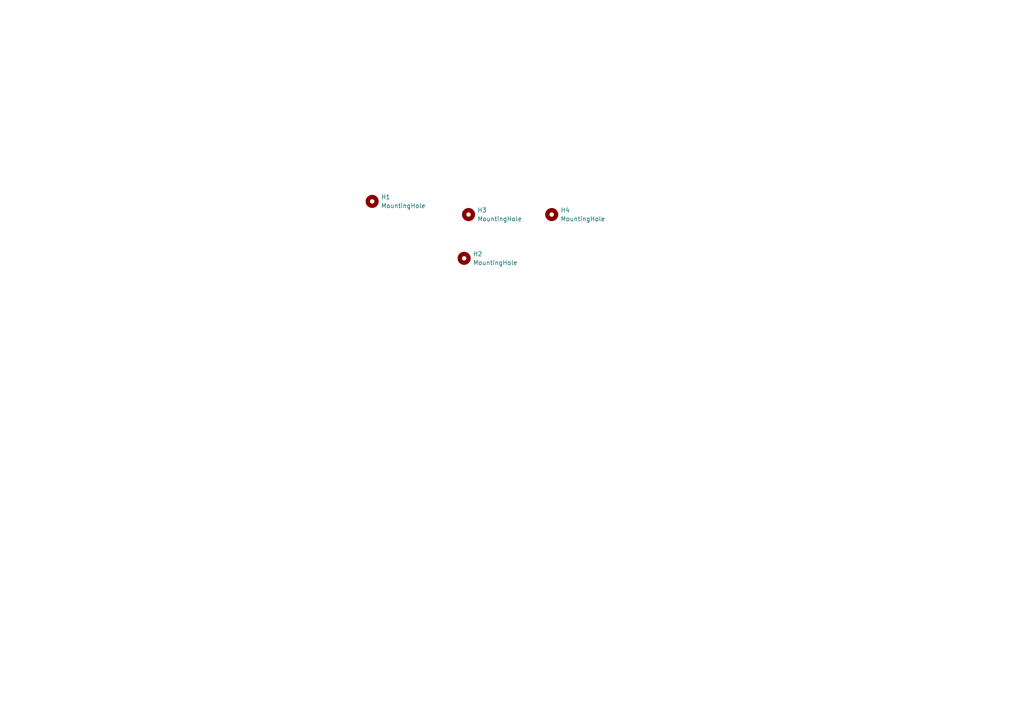
<source format=kicad_sch>
(kicad_sch (version 20250114) (generator "eeschema") (generator_version "9.0")
  (paper "A4")
  (lib_symbols
    (symbol "Mechanical:MountingHole" (pin_names (offset 1.016)) (exclude_from_sim yes) (in_bom no)
      (property "Reference" "H" (at 0 5.08 0))
      (property "Value" "MountingHole" (at 0 3.175 0))
      (symbol "MountingHole_0_1"
        (circle (center 0 0) (radius 1.27) (stroke (width 1.27)))
      )
    )
  )
  (symbol (lib_id "Mechanical:MountingHole") (at 135.89 62.23 0) (unit 1) (exclude_from_sim yes) (in_bom no)
    (property "Reference" "H3" (at 138.43 60.9599 0) (effects (justify left)))
    (property "Value" "MountingHole" (at 138.43 63.4999 0) (effects (justify left)))
    (property "Footprint" "MountingHole:MountingHole_2.5mm" (effects (hide yes)))
    (property "Description" "Mounting Hole without connection" (effects (hide yes)))
  )
  (symbol (lib_id "Mechanical:MountingHole") (at 107.95 58.42 0) (unit 1) (exclude_from_sim yes) (in_bom no)
    (property "Reference" "H1" (at 110.49 57.1499 0) (effects (justify left)))
    (property "Value" "MountingHole" (at 110.49 59.6899 0) (effects (justify left)))
    (property "Footprint" "MountingHole:MountingHole_2.5mm" (effects (hide yes)))
    (property "Description" "Mounting Hole without connection" (effects (hide yes)))
  )
  (symbol (lib_id "Mechanical:MountingHole") (at 134.62 74.93 0) (unit 1) (exclude_from_sim yes) (in_bom no)
    (property "Reference" "H2" (at 137.16 73.6599 0) (effects (justify left)))
    (property "Value" "MountingHole" (at 137.16 76.1999 0) (effects (justify left)))
    (property "Footprint" "MountingHole:MountingHole_2.5mm" (effects (hide yes)))
    (property "Description" "Mounting Hole without connection" (effects (hide yes)))
  )
  (symbol (lib_id "Mechanical:MountingHole") (at 160.02 62.23 0) (unit 1) (exclude_from_sim yes) (in_bom no)
    (property "Reference" "H4" (at 162.56 60.9599 0) (effects (justify left)))
    (property "Value" "MountingHole" (at 162.56 63.4999 0) (effects (justify left)))
    (property "Footprint" "MountingHole:MountingHole_2.5mm" (effects (hide yes)))
    (property "Description" "Mounting Hole without connection" (effects (hide yes)))
  )
)
</source>
